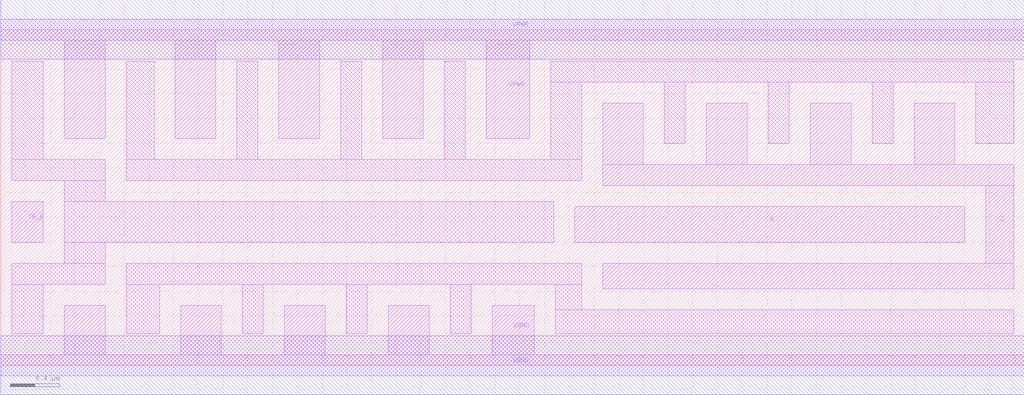
<source format=lef>
# Copyright 2020 The SkyWater PDK Authors
#
# Licensed under the Apache License, Version 2.0 (the "License");
# you may not use this file except in compliance with the License.
# You may obtain a copy of the License at
#
#     https://www.apache.org/licenses/LICENSE-2.0
#
# Unless required by applicable law or agreed to in writing, software
# distributed under the License is distributed on an "AS IS" BASIS,
# WITHOUT WARRANTIES OR CONDITIONS OF ANY KIND, either express or implied.
# See the License for the specific language governing permissions and
# limitations under the License.
#
# SPDX-License-Identifier: Apache-2.0

VERSION 5.5 ;
NAMESCASESENSITIVE ON ;
BUSBITCHARS "[]" ;
DIVIDERCHAR "/" ;
MACRO sky130_fd_sc_hd__einvn_8
  CLASS CORE ;
  SOURCE USER ;
  ORIGIN  0.000000  0.000000 ;
  SIZE  8.280000 BY  2.720000 ;
  SYMMETRY X Y R90 ;
  SITE unithd ;
  PIN A
    ANTENNAGATEAREA  1.980000 ;
    DIRECTION INPUT ;
    USE SIGNAL ;
    PORT
      LAYER li1 ;
        RECT 4.645000 0.995000 7.800000 1.285000 ;
    END
  END A
  PIN TE_B
    ANTENNAGATEAREA  1.375500 ;
    DIRECTION INPUT ;
    USE SIGNAL ;
    PORT
      LAYER li1 ;
        RECT 0.090000 0.995000 0.345000 1.325000 ;
    END
  END TE_B
  PIN Z
    ANTENNADIFFAREA  1.782000 ;
    DIRECTION OUTPUT ;
    USE SIGNAL ;
    PORT
      LAYER li1 ;
        RECT 4.870000 0.620000 8.195000 0.825000 ;
        RECT 4.870000 1.455000 8.195000 1.625000 ;
        RECT 4.870000 1.625000 5.200000 2.125000 ;
        RECT 5.710000 1.625000 6.040000 2.125000 ;
        RECT 6.550000 1.625000 6.880000 2.125000 ;
        RECT 7.390000 1.625000 7.720000 2.125000 ;
        RECT 7.970000 0.825000 8.195000 1.455000 ;
    END
  END Z
  PIN VGND
    DIRECTION INOUT ;
    SHAPE ABUTMENT ;
    USE GROUND ;
    PORT
      LAYER li1 ;
        RECT 0.000000 -0.085000 8.280000 0.085000 ;
        RECT 0.515000  0.085000 0.845000 0.485000 ;
        RECT 1.455000  0.085000 1.785000 0.485000 ;
        RECT 2.295000  0.085000 2.625000 0.485000 ;
        RECT 3.135000  0.085000 3.465000 0.485000 ;
        RECT 3.975000  0.085000 4.315000 0.485000 ;
    END
    PORT
      LAYER met1 ;
        RECT 0.000000 -0.240000 8.280000 0.240000 ;
    END
  END VGND
  PIN VPWR
    DIRECTION INOUT ;
    SHAPE ABUTMENT ;
    USE POWER ;
    PORT
      LAYER li1 ;
        RECT 0.000000 2.635000 8.280000 2.805000 ;
        RECT 0.515000 1.835000 0.845000 2.635000 ;
        RECT 1.410000 1.835000 1.740000 2.635000 ;
        RECT 2.250000 1.835000 2.580000 2.635000 ;
        RECT 3.090000 1.835000 3.420000 2.635000 ;
        RECT 3.930000 1.835000 4.280000 2.635000 ;
    END
    PORT
      LAYER met1 ;
        RECT 0.000000 2.480000 8.280000 2.960000 ;
    END
  END VPWR
  OBS
    LAYER li1 ;
      RECT 0.090000 0.255000 0.345000 0.655000 ;
      RECT 0.090000 0.655000 0.845000 0.825000 ;
      RECT 0.090000 1.495000 0.845000 1.665000 ;
      RECT 0.090000 1.665000 0.345000 2.465000 ;
      RECT 0.515000 0.825000 0.845000 0.995000 ;
      RECT 0.515000 0.995000 4.475000 1.325000 ;
      RECT 0.515000 1.325000 0.845000 1.495000 ;
      RECT 1.015000 0.255000 1.285000 0.655000 ;
      RECT 1.015000 0.655000 4.700000 0.825000 ;
      RECT 1.015000 1.495000 4.700000 1.665000 ;
      RECT 1.015000 1.665000 1.240000 2.465000 ;
      RECT 1.910000 1.665000 2.080000 2.465000 ;
      RECT 1.955000 0.255000 2.125000 0.655000 ;
      RECT 2.750000 1.665000 2.920000 2.465000 ;
      RECT 2.795000 0.255000 2.965000 0.655000 ;
      RECT 3.590000 1.665000 3.760000 2.465000 ;
      RECT 3.635000 0.255000 3.805000 0.655000 ;
      RECT 4.450000 1.665000 4.700000 2.295000 ;
      RECT 4.450000 2.295000 8.195000 2.465000 ;
      RECT 4.485000 0.255000 8.195000 0.450000 ;
      RECT 4.485000 0.450000 4.700000 0.655000 ;
      RECT 5.370000 1.795000 5.540000 2.295000 ;
      RECT 6.210000 1.795000 6.380000 2.295000 ;
      RECT 7.050000 1.795000 7.220000 2.295000 ;
      RECT 7.890000 1.795000 8.195000 2.295000 ;
  END
END sky130_fd_sc_hd__einvn_8
END LIBRARY

</source>
